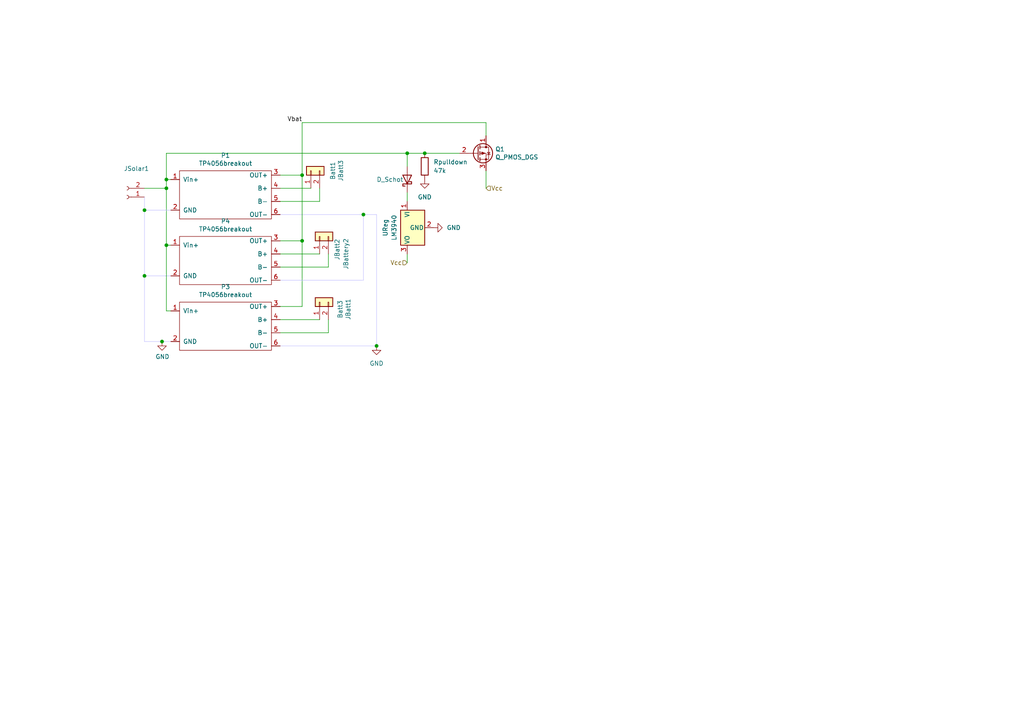
<source format=kicad_sch>
(kicad_sch (version 20211123) (generator eeschema)
  (paper "A4")
  (lib_symbols
    (symbol "Connector:Conn_01x02_Female" (pin_names (offset 1.016) hide)
      (property "Reference" "J" (at 0 2.54 0))
      (property "Value" "Conn_01x02_Female" (at 0 -5.08 0))
      (symbol "Conn_01x02_Female_1_1"
        (arc (start 0 -2.032) (mid -0.508 -2.54) (end 0 -3.048) (stroke (width 0.1524)))
        (polyline (pts (xy -1.27 -2.54) (xy -0.508 -2.54)) (stroke (width 0.1524)))
        (polyline (pts (xy -1.27 0) (xy -0.508 0)) (stroke (width 0.1524)))
        (arc (start 0 0.508) (mid -0.508 0) (end 0 -0.508) (stroke (width 0.1524)))
        (pin passive line (at -5.08 0 0) (length 3.81) (name "Pin_1") (number "1"))
        (pin passive line (at -5.08 -2.54 0) (length 3.81) (name "Pin_2") (number "2"))
      )
    )
    (symbol "Connector_Generic:Conn_01x02" (pin_names (offset 1.016) hide)
      (property "Reference" "J" (at 0 2.54 0))
      (property "Value" "Conn_01x02" (at 0 -5.08 0))
      (symbol "Conn_01x02_1_1"
        (rectangle (start -1.27 -2.413) (end 0 -2.667) (stroke (width 0.1524)))
        (rectangle (start -1.27 0.127) (end 0 -0.127) (stroke (width 0.1524)))
        (rectangle (start -1.27 1.27) (end 1.27 -3.81) (stroke (width 0.254)) (fill (type background)))
        (pin passive line (at -5.08 0 0) (length 3.81) (name "Pin_1") (number "1"))
        (pin passive line (at -5.08 -2.54 0) (length 3.81) (name "Pin_2") (number "2"))
      )
    )
    (symbol "Device:D_Schottky" (pin_numbers hide) (pin_names (offset 1.016) hide)
      (property "Reference" "D" (at 0 2.54 0))
      (property "Value" "D_Schottky" (at 0 -2.54 0))
      (symbol "D_Schottky_0_1"
        (polyline (pts (xy 1.27 0) (xy -1.27 0)))
        (polyline (pts (xy 1.27 1.27) (xy 1.27 -1.27) (xy -1.27 0) (xy 1.27 1.27)) (stroke (width 0.254)))
        (polyline (pts (xy -1.905 0.635) (xy -1.905 1.27) (xy -1.27 1.27) (xy -1.27 -1.27) (xy -0.635 -1.27) (xy -0.635 -0.635)) (stroke (width 0.254)))
      )
      (symbol "D_Schottky_1_1"
        (pin passive line (at -3.81 0 0) (length 2.54) (name "K") (number "1"))
        (pin passive line (at 3.81 0 180) (length 2.54) (name "A") (number "2"))
      )
    )
    (symbol "Device:Q_PMOS_DGS" (pin_names (offset 0) hide)
      (property "Reference" "Q" (at 5.08 1.27 0))
      (property "Value" "Q_PMOS_DGS" (at 5.08 -1.27 0))
      (symbol "Q_PMOS_DGS_0_1"
        (polyline (pts (xy 0.254 0) (xy -2.54 0)))
        (polyline (pts (xy 0.254 1.905) (xy 0.254 -1.905)) (stroke (width 0.254)))
        (polyline (pts (xy 0.762 -1.27) (xy 0.762 -2.286)) (stroke (width 0.254)))
        (polyline (pts (xy 0.762 0.508) (xy 0.762 -0.508)) (stroke (width 0.254)))
        (polyline (pts (xy 0.762 2.286) (xy 0.762 1.27)) (stroke (width 0.254)))
        (polyline (pts (xy 2.54 2.54) (xy 2.54 1.778)))
        (polyline (pts (xy 2.54 -2.54) (xy 2.54 0) (xy 0.762 0)))
        (polyline (pts (xy 0.762 1.778) (xy 3.302 1.778) (xy 3.302 -1.778) (xy 0.762 -1.778)))
        (polyline (pts (xy 2.286 0) (xy 1.27 0.381) (xy 1.27 -0.381) (xy 2.286 0)) (fill (type outline)))
        (polyline (pts (xy 2.794 -0.508) (xy 2.921 -0.381) (xy 3.683 -0.381) (xy 3.81 -0.254)))
        (polyline (pts (xy 3.302 -0.381) (xy 2.921 0.254) (xy 3.683 0.254) (xy 3.302 -0.381)))
        (circle (center 1.651 0) (radius 2.794) (stroke (width 0.254)))
        (circle (center 2.54 -1.778) (radius 0.254) (fill (type outline)))
        (circle (center 2.54 1.778) (radius 0.254) (fill (type outline)))
      )
      (symbol "Q_PMOS_DGS_1_1"
        (pin passive line (at 2.54 5.08 270) (length 2.54) (name "D") (number "1"))
        (pin input line (at -5.08 0 0) (length 2.54) (name "G") (number "2"))
        (pin passive line (at 2.54 -5.08 90) (length 2.54) (name "S") (number "3"))
      )
    )
    (symbol "Device:R" (pin_numbers hide) (pin_names (offset 0))
      (property "Reference" "R" (at 2.032 0 90))
      (property "Value" "R" (at 0 0 90))
      (symbol "R_0_1"
        (rectangle (start -1.016 -2.54) (end 1.016 2.54) (stroke (width 0.254)))
      )
      (symbol "R_1_1"
        (pin passive line (at 0 3.81 270) (length 1.27) (name "~") (number "1"))
        (pin passive line (at 0 -3.81 90) (length 1.27) (name "~") (number "2"))
      )
    )
    (symbol "Regulator_Linear:LM2937xT" (pin_names (offset 0.254))
      (property "Reference" "U" (at -3.81 3.175 0))
      (property "Value" "LM2937xT" (at 0 3.175 0))
      (symbol "LM2937xT_0_1"
        (rectangle (start -5.08 1.905) (end 5.08 -5.08) (stroke (width 0.254)) (fill (type background)))
      )
      (symbol "LM2937xT_1_1"
        (pin power_in line (at -7.62 0 0) (length 2.54) (name "VI") (number "1"))
        (pin power_in line (at 0 -7.62 90) (length 2.54) (name "GND") (number "2"))
        (pin power_out line (at 7.62 0 180) (length 2.54) (name "VO") (number "3"))
      )
    )
    (symbol "TP4056-breakout:TP4056breakout" (pin_names (offset 1.016))
      (property "Reference" "P1" (at 0.635 13.335 0))
      (property "Value" "TP4056breakout" (at 0.635 11.0236 0))
      (symbol "TP4056breakout_0_1"
        (rectangle (start -12.7 8.89) (end 13.97 -5.08))
      )
      (symbol "TP4056breakout_1_1"
        (pin power_in line (at -15.24 6.35 0) (length 2.54) (name "Vin+") (number "1"))
        (pin power_in line (at -15.24 -2.54 0) (length 2.54) (name "GND") (number "2"))
        (pin power_out line (at 16.51 7.62 180) (length 2.54) (name "OUT+") (number "3"))
        (pin power_out line (at 16.51 3.81 180) (length 2.54) (name "B+") (number "4"))
        (pin power_out line (at 16.51 0 180) (length 2.54) (name "B-") (number "5"))
        (pin power_out line (at 16.51 -3.81 180) (length 2.54) (name "OUT-") (number "6"))
      )
    )
    (symbol "power:GND" (power) (pin_names (offset 0))
      (property "Value" "GND" (at 0 -3.81 0))
      (symbol "GND_0_1"
        (polyline (pts (xy 0 0) (xy 0 -1.27) (xy 1.27 -1.27) (xy 0 -2.54) (xy -1.27 -1.27) (xy 0 -1.27)))
      )
      (symbol "GND_1_1"
        (pin power_in line (at 0 0 270) (length 0) hide (name "GND") (number "1"))
      )
    )
  )
  (junction (at 87.63 69.85))
  (junction (at 118.11 44.45))
  (junction (at 48.26 52.07))
  (junction (at 41.91 80.01))
  (junction (at 123.19 44.45))
  (junction (at 48.26 71.12))
  (junction (at 87.63 50.8))
  (junction (at 109.22 100.33))
  (junction (at 41.91 60.96))
  (junction (at 105.41 62.23))
  (junction (at 46.99 99.06))
  (junction (at 48.26 54.61))
  (wire (pts (xy 81.28 50.8) (xy 87.63 50.8)))
  (wire (pts (xy 41.91 54.61) (xy 48.26 54.61)))
  (wire (pts (xy 118.11 44.45) (xy 123.19 44.45)))
  (wire (pts (xy 118.11 58.42) (xy 118.11 55.88)))
  (wire (pts (xy 81.28 62.23) (xy 105.41 62.23)) (stroke (width 0) (color 198 195 255 1)))
  (wire (pts (xy 48.26 54.61) (xy 48.26 71.12)))
  (wire (pts (xy 48.26 44.45) (xy 118.11 44.45)))
  (wire (pts (xy 105.41 62.23) (xy 109.22 62.23)) (stroke (width 0) (color 198 195 255 1)))
  (wire (pts (xy 87.63 50.8) (xy 87.63 69.85)))
  (wire (pts (xy 95.25 96.52) (xy 95.25 92.71)))
  (wire (pts (xy 105.41 81.28) (xy 105.41 62.23)) (stroke (width 0) (color 198 195 255 1)))
  (wire (pts (xy 87.63 88.9) (xy 87.63 69.85)))
  (wire (pts (xy 81.28 77.47) (xy 95.25 77.47)))
  (wire (pts (xy 49.53 99.06) (xy 46.99 99.06)) (stroke (width 0) (color 198 195 255 1)))
  (wire (pts (xy 87.63 35.56) (xy 140.97 35.56)))
  (wire (pts (xy 81.28 88.9) (xy 87.63 88.9)))
  (wire (pts (xy 133.35 44.45) (xy 123.19 44.45)))
  (wire (pts (xy 81.28 81.28) (xy 105.41 81.28)) (stroke (width 0) (color 198 195 255 1)))
  (wire (pts (xy 41.91 57.15) (xy 41.91 60.96)) (stroke (width 0) (color 198 195 255 1)))
  (wire (pts (xy 87.63 35.56) (xy 87.63 50.8)))
  (wire (pts (xy 118.11 48.26) (xy 118.11 44.45)))
  (wire (pts (xy 95.25 77.47) (xy 95.25 73.66)))
  (wire (pts (xy 109.22 100.33) (xy 109.22 62.23)) (stroke (width 0) (color 198 195 255 1)))
  (wire (pts (xy 41.91 60.96) (xy 49.53 60.96)) (stroke (width 0) (color 198 195 255 1)))
  (wire (pts (xy 41.91 80.01) (xy 49.53 80.01)) (stroke (width 0) (color 198 195 255 1)))
  (wire (pts (xy 48.26 54.61) (xy 48.26 52.07)))
  (wire (pts (xy 118.11 76.2) (xy 118.11 73.66)))
  (wire (pts (xy 81.28 96.52) (xy 95.25 96.52)))
  (wire (pts (xy 81.28 92.71) (xy 92.71 92.71)))
  (wire (pts (xy 140.97 49.53) (xy 140.97 54.61)))
  (wire (pts (xy 92.71 54.61) (xy 92.71 58.42)))
  (wire (pts (xy 48.26 44.45) (xy 48.26 52.07)))
  (wire (pts (xy 81.28 58.42) (xy 92.71 58.42)))
  (wire (pts (xy 48.26 71.12) (xy 49.53 71.12)))
  (wire (pts (xy 81.28 100.33) (xy 109.22 100.33)) (stroke (width 0) (color 198 195 255 1)))
  (wire (pts (xy 48.26 52.07) (xy 49.53 52.07)))
  (wire (pts (xy 48.26 90.17) (xy 49.53 90.17)))
  (wire (pts (xy 81.28 69.85) (xy 87.63 69.85)))
  (wire (pts (xy 48.26 71.12) (xy 48.26 90.17)))
  (wire (pts (xy 81.28 73.66) (xy 92.71 73.66)))
  (wire (pts (xy 41.91 80.01) (xy 41.91 60.96)) (stroke (width 0) (color 198 195 255 1)))
  (wire (pts (xy 41.91 99.06) (xy 41.91 80.01)) (stroke (width 0) (color 198 195 255 1)))
  (wire (pts (xy 41.91 99.06) (xy 46.99 99.06)) (stroke (width 0) (color 198 195 255 1)))
  (wire (pts (xy 81.28 54.61) (xy 90.17 54.61)))
  (wire (pts (xy 140.97 35.56) (xy 140.97 39.37)))
  (label "Vbat" (at 87.63 35.56 180))
  (hierarchical_label "Vcc" (shape input) (at 140.97 54.61 0))
  (hierarchical_label "Vcc" (shape input) (at 118.11 76.2 180))
  (symbol (lib_id "TP4056-breakout:TP4056breakout") (at 64.77 58.42 0) (unit 1)
    (property "Reference" "P1" (at 65.405 45.085 0))
    (property "Value" "TP4056breakout" (at 65.405 47.3964 0))
    (property "Footprint" "Components:TP4056breakout" (effects hide))
  )
  (symbol (lib_id "power:GND") (at 46.99 99.06 0) (unit 1)
    (property "Reference" "#PWR0103" (effects hide))
    (property "Value" "GND" (at 47.117 103.4542 0))
  )
  (symbol (lib_id "Connector:Conn_01x02_Female") (at 36.83 57.15 180) (unit 1)
    (property "Reference" "JSolar1" (at 39.5732 48.895 0))
    (property "Value" "Conn_01x02_Female" (effects hide))
    (property "Footprint" "Connector_PinSocket_2.54mm:PinSocket_1x02_P2.54mm_Vertical" (effects hide))
  )
  (symbol (lib_id "Connector_Generic:Conn_01x02") (at 90.17 49.53 90) (unit 1)
    (property "Reference" "JBatt3" (at 98.8314 49.53 0))
    (property "Value" "Batt1" (at 96.52 49.53 0))
    (property "Footprint" "Connector_JST:JST_PH_B2B-PH-K_1x02_P2.00mm_Vertical" (effects hide))
  )
  (symbol (lib_id "Device:Q_PMOS_DGS") (at 138.43 44.45 0) (unit 1)
    (property "Reference" "Q1" (at 143.637 43.2816 0) (effects (justify left)))
    (property "Value" "Q_PMOS_DGS" (at 143.637 45.593 0) (effects (justify left)))
    (property "Footprint" "Package_TO_SOT_THT:TO-220-3_Vertical" (effects hide))
  )
  (symbol (lib_id "TP4056-breakout:TP4056breakout") (at 64.77 77.47 0) (unit 1)
    (property "Reference" "P4" (at 65.405 64.135 0))
    (property "Value" "TP4056breakout" (at 65.405 66.4464 0))
    (property "Footprint" "components:TP4056breakout" (effects hide))
  )
  (symbol (lib_id "TP4056-breakout:TP4056breakout") (at 64.77 96.52 0) (unit 1)
    (property "Reference" "P3" (at 65.405 83.185 0))
    (property "Value" "TP4056breakout" (at 65.405 85.4964 0))
    (property "Footprint" "components:TP4056breakout" (effects hide))
  )
  (symbol (lib_id "power:GND") (at 109.22 100.33 0) (unit 1)
    (property "Reference" "#PWR0104" (effects hide))
    (property "Value" "GND" (at 109.22 105.41 0))
  )
  (symbol (lib_id "Device:D_Schottky") (at 118.11 52.07 90) (unit 1)
    (property "Reference" "D?" (effects hide))
    (property "Value" "D_Schot" (at 109.22 52.07 90) (effects (justify right)))
  )
  (symbol (lib_id "power:GND") (at 125.73 66.04 90) (unit 1)
    (property "Reference" "#PWR?" (effects hide))
    (property "Value" "GND" (at 129.54 66.0399 90) (effects (justify right)))
  )
  (symbol (lib_id "power:GND") (at 123.19 52.07 0) (unit 1)
    (property "Reference" "#PWR?" (effects hide))
    (property "Value" "GND" (at 123.19 57.15 0))
  )
  (symbol (lib_id "Regulator_Linear:LM2937xT") (at 118.11 66.04 90) (mirror x) (unit 1)
    (property "Reference" "UReg" (at 111.76 66.04 0))
    (property "Value" "LM3940" (at 114.3 66.04 0))
    (property "Footprint" "Package_TO_SOT_THT:TO-220-3_Vertical" (effects hide))
    (property "Datasheet" "http://www.ti.com/lit/ds/symlink/lm2937.pdf" (effects hide))
  )
  (symbol (lib_id "Connector_Generic:Conn_01x02") (at 92.71 87.63 90) (unit 1)
    (property "Reference" "JBatt1" (at 100.965 89.7128 0))
    (property "Value" "Batt3" (at 98.6536 89.7128 0))
    (property "Footprint" "Connector_JST:JST_PH_B2B-PH-K_1x02_P2.00mm_Vertical" (effects hide))
  )
  (symbol (lib_id "Connector_Generic:Conn_01x02") (at 92.71 68.58 90) (unit 1)
    (property "Reference" "JBattery2" (at 100.33 73.66 0))
    (property "Value" "JBatt2" (at 97.79 72.39 0))
    (property "Footprint" "Connector_JST:JST_PH_B2B-PH-K_1x02_P2.00mm_Vertical" (effects hide))
  )
  (symbol (lib_id "Device:R") (at 123.19 48.26 180) (unit 1)
    (property "Reference" "Rpulldown" (at 125.73 46.9899 0) (effects (justify right)))
    (property "Value" "47k" (at 125.73 49.5299 0) (effects (justify right)))
  )
)
</source>
